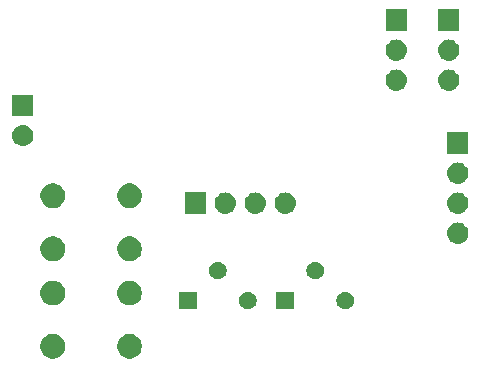
<source format=gbr>
%TF.GenerationSoftware,KiCad,Pcbnew,5.1.4*%
%TF.CreationDate,2019-10-29T20:04:43-05:00*%
%TF.ProjectId,pet_feeder,7065745f-6665-4656-9465-722e6b696361,rev?*%
%TF.SameCoordinates,Original*%
%TF.FileFunction,Soldermask,Bot*%
%TF.FilePolarity,Negative*%
%FSLAX46Y46*%
G04 Gerber Fmt 4.6, Leading zero omitted, Abs format (unit mm)*
G04 Created by KiCad (PCBNEW 5.1.4) date 2019-10-29 20:04:43*
%MOMM*%
%LPD*%
G04 APERTURE LIST*
%ADD10C,0.100000*%
G04 APERTURE END LIST*
D10*
G36*
X136346564Y-106994389D02*
G01*
X136537833Y-107073615D01*
X136537835Y-107073616D01*
X136709973Y-107188635D01*
X136856365Y-107335027D01*
X136971385Y-107507167D01*
X137050611Y-107698436D01*
X137091000Y-107901484D01*
X137091000Y-108108516D01*
X137050611Y-108311564D01*
X136971385Y-108502833D01*
X136971384Y-108502835D01*
X136856365Y-108674973D01*
X136709973Y-108821365D01*
X136537835Y-108936384D01*
X136537834Y-108936385D01*
X136537833Y-108936385D01*
X136346564Y-109015611D01*
X136143516Y-109056000D01*
X135936484Y-109056000D01*
X135733436Y-109015611D01*
X135542167Y-108936385D01*
X135542166Y-108936385D01*
X135542165Y-108936384D01*
X135370027Y-108821365D01*
X135223635Y-108674973D01*
X135108616Y-108502835D01*
X135108615Y-108502833D01*
X135029389Y-108311564D01*
X134989000Y-108108516D01*
X134989000Y-107901484D01*
X135029389Y-107698436D01*
X135108615Y-107507167D01*
X135223635Y-107335027D01*
X135370027Y-107188635D01*
X135542165Y-107073616D01*
X135542167Y-107073615D01*
X135733436Y-106994389D01*
X135936484Y-106954000D01*
X136143516Y-106954000D01*
X136346564Y-106994389D01*
X136346564Y-106994389D01*
G37*
G36*
X129846564Y-106994389D02*
G01*
X130037833Y-107073615D01*
X130037835Y-107073616D01*
X130209973Y-107188635D01*
X130356365Y-107335027D01*
X130471385Y-107507167D01*
X130550611Y-107698436D01*
X130591000Y-107901484D01*
X130591000Y-108108516D01*
X130550611Y-108311564D01*
X130471385Y-108502833D01*
X130471384Y-108502835D01*
X130356365Y-108674973D01*
X130209973Y-108821365D01*
X130037835Y-108936384D01*
X130037834Y-108936385D01*
X130037833Y-108936385D01*
X129846564Y-109015611D01*
X129643516Y-109056000D01*
X129436484Y-109056000D01*
X129233436Y-109015611D01*
X129042167Y-108936385D01*
X129042166Y-108936385D01*
X129042165Y-108936384D01*
X128870027Y-108821365D01*
X128723635Y-108674973D01*
X128608616Y-108502835D01*
X128608615Y-108502833D01*
X128529389Y-108311564D01*
X128489000Y-108108516D01*
X128489000Y-107901484D01*
X128529389Y-107698436D01*
X128608615Y-107507167D01*
X128723635Y-107335027D01*
X128870027Y-107188635D01*
X129042165Y-107073616D01*
X129042167Y-107073615D01*
X129233436Y-106994389D01*
X129436484Y-106954000D01*
X129643516Y-106954000D01*
X129846564Y-106994389D01*
X129846564Y-106994389D01*
G37*
G36*
X141721000Y-104891000D02*
G01*
X140219000Y-104891000D01*
X140219000Y-103389000D01*
X141721000Y-103389000D01*
X141721000Y-104891000D01*
X141721000Y-104891000D01*
G37*
G36*
X154441730Y-103401484D02*
G01*
X154524059Y-103417860D01*
X154660732Y-103474472D01*
X154783735Y-103556660D01*
X154888340Y-103661265D01*
X154888341Y-103661267D01*
X154970529Y-103784270D01*
X155027140Y-103920941D01*
X155056000Y-104066032D01*
X155056000Y-104213968D01*
X155027140Y-104359059D01*
X154995111Y-104436385D01*
X154970528Y-104495732D01*
X154888340Y-104618735D01*
X154783735Y-104723340D01*
X154660732Y-104805528D01*
X154660731Y-104805529D01*
X154660730Y-104805529D01*
X154524059Y-104862140D01*
X154378968Y-104891000D01*
X154231032Y-104891000D01*
X154085941Y-104862140D01*
X153949270Y-104805529D01*
X153949269Y-104805529D01*
X153949268Y-104805528D01*
X153826265Y-104723340D01*
X153721660Y-104618735D01*
X153639472Y-104495732D01*
X153614890Y-104436385D01*
X153582860Y-104359059D01*
X153554000Y-104213968D01*
X153554000Y-104066032D01*
X153582860Y-103920941D01*
X153639471Y-103784270D01*
X153721659Y-103661267D01*
X153721660Y-103661265D01*
X153826265Y-103556660D01*
X153949268Y-103474472D01*
X154085941Y-103417860D01*
X154168270Y-103401484D01*
X154231032Y-103389000D01*
X154378968Y-103389000D01*
X154441730Y-103401484D01*
X154441730Y-103401484D01*
G37*
G36*
X149976000Y-104891000D02*
G01*
X148474000Y-104891000D01*
X148474000Y-103389000D01*
X149976000Y-103389000D01*
X149976000Y-104891000D01*
X149976000Y-104891000D01*
G37*
G36*
X146186730Y-103401484D02*
G01*
X146269059Y-103417860D01*
X146405732Y-103474472D01*
X146528735Y-103556660D01*
X146633340Y-103661265D01*
X146633341Y-103661267D01*
X146715529Y-103784270D01*
X146772140Y-103920941D01*
X146801000Y-104066032D01*
X146801000Y-104213968D01*
X146772140Y-104359059D01*
X146740111Y-104436385D01*
X146715528Y-104495732D01*
X146633340Y-104618735D01*
X146528735Y-104723340D01*
X146405732Y-104805528D01*
X146405731Y-104805529D01*
X146405730Y-104805529D01*
X146269059Y-104862140D01*
X146123968Y-104891000D01*
X145976032Y-104891000D01*
X145830941Y-104862140D01*
X145694270Y-104805529D01*
X145694269Y-104805529D01*
X145694268Y-104805528D01*
X145571265Y-104723340D01*
X145466660Y-104618735D01*
X145384472Y-104495732D01*
X145359890Y-104436385D01*
X145327860Y-104359059D01*
X145299000Y-104213968D01*
X145299000Y-104066032D01*
X145327860Y-103920941D01*
X145384471Y-103784270D01*
X145466659Y-103661267D01*
X145466660Y-103661265D01*
X145571265Y-103556660D01*
X145694268Y-103474472D01*
X145830941Y-103417860D01*
X145913270Y-103401484D01*
X145976032Y-103389000D01*
X146123968Y-103389000D01*
X146186730Y-103401484D01*
X146186730Y-103401484D01*
G37*
G36*
X136346564Y-102494389D02*
G01*
X136537833Y-102573615D01*
X136537835Y-102573616D01*
X136709973Y-102688635D01*
X136856365Y-102835027D01*
X136971385Y-103007167D01*
X137050611Y-103198436D01*
X137091000Y-103401484D01*
X137091000Y-103608516D01*
X137050611Y-103811564D01*
X136971385Y-104002833D01*
X136971384Y-104002835D01*
X136856365Y-104174973D01*
X136709973Y-104321365D01*
X136537835Y-104436384D01*
X136537834Y-104436385D01*
X136537833Y-104436385D01*
X136346564Y-104515611D01*
X136143516Y-104556000D01*
X135936484Y-104556000D01*
X135733436Y-104515611D01*
X135542167Y-104436385D01*
X135542166Y-104436385D01*
X135542165Y-104436384D01*
X135370027Y-104321365D01*
X135223635Y-104174973D01*
X135108616Y-104002835D01*
X135108615Y-104002833D01*
X135029389Y-103811564D01*
X134989000Y-103608516D01*
X134989000Y-103401484D01*
X135029389Y-103198436D01*
X135108615Y-103007167D01*
X135223635Y-102835027D01*
X135370027Y-102688635D01*
X135542165Y-102573616D01*
X135542167Y-102573615D01*
X135733436Y-102494389D01*
X135936484Y-102454000D01*
X136143516Y-102454000D01*
X136346564Y-102494389D01*
X136346564Y-102494389D01*
G37*
G36*
X129846564Y-102494389D02*
G01*
X130037833Y-102573615D01*
X130037835Y-102573616D01*
X130209973Y-102688635D01*
X130356365Y-102835027D01*
X130471385Y-103007167D01*
X130550611Y-103198436D01*
X130591000Y-103401484D01*
X130591000Y-103608516D01*
X130550611Y-103811564D01*
X130471385Y-104002833D01*
X130471384Y-104002835D01*
X130356365Y-104174973D01*
X130209973Y-104321365D01*
X130037835Y-104436384D01*
X130037834Y-104436385D01*
X130037833Y-104436385D01*
X129846564Y-104515611D01*
X129643516Y-104556000D01*
X129436484Y-104556000D01*
X129233436Y-104515611D01*
X129042167Y-104436385D01*
X129042166Y-104436385D01*
X129042165Y-104436384D01*
X128870027Y-104321365D01*
X128723635Y-104174973D01*
X128608616Y-104002835D01*
X128608615Y-104002833D01*
X128529389Y-103811564D01*
X128489000Y-103608516D01*
X128489000Y-103401484D01*
X128529389Y-103198436D01*
X128608615Y-103007167D01*
X128723635Y-102835027D01*
X128870027Y-102688635D01*
X129042165Y-102573616D01*
X129042167Y-102573615D01*
X129233436Y-102494389D01*
X129436484Y-102454000D01*
X129643516Y-102454000D01*
X129846564Y-102494389D01*
X129846564Y-102494389D01*
G37*
G36*
X151984059Y-100877860D02*
G01*
X152120732Y-100934472D01*
X152243735Y-101016660D01*
X152348340Y-101121265D01*
X152430528Y-101244268D01*
X152487140Y-101380941D01*
X152516000Y-101526033D01*
X152516000Y-101673967D01*
X152487140Y-101819059D01*
X152430528Y-101955732D01*
X152348340Y-102078735D01*
X152243735Y-102183340D01*
X152120732Y-102265528D01*
X152120731Y-102265529D01*
X152120730Y-102265529D01*
X151984059Y-102322140D01*
X151838968Y-102351000D01*
X151691032Y-102351000D01*
X151545941Y-102322140D01*
X151409270Y-102265529D01*
X151409269Y-102265529D01*
X151409268Y-102265528D01*
X151286265Y-102183340D01*
X151181660Y-102078735D01*
X151099472Y-101955732D01*
X151042860Y-101819059D01*
X151014000Y-101673967D01*
X151014000Y-101526033D01*
X151042860Y-101380941D01*
X151099472Y-101244268D01*
X151181660Y-101121265D01*
X151286265Y-101016660D01*
X151409268Y-100934472D01*
X151545941Y-100877860D01*
X151691032Y-100849000D01*
X151838968Y-100849000D01*
X151984059Y-100877860D01*
X151984059Y-100877860D01*
G37*
G36*
X143729059Y-100877860D02*
G01*
X143865732Y-100934472D01*
X143988735Y-101016660D01*
X144093340Y-101121265D01*
X144175528Y-101244268D01*
X144232140Y-101380941D01*
X144261000Y-101526033D01*
X144261000Y-101673967D01*
X144232140Y-101819059D01*
X144175528Y-101955732D01*
X144093340Y-102078735D01*
X143988735Y-102183340D01*
X143865732Y-102265528D01*
X143865731Y-102265529D01*
X143865730Y-102265529D01*
X143729059Y-102322140D01*
X143583968Y-102351000D01*
X143436032Y-102351000D01*
X143290941Y-102322140D01*
X143154270Y-102265529D01*
X143154269Y-102265529D01*
X143154268Y-102265528D01*
X143031265Y-102183340D01*
X142926660Y-102078735D01*
X142844472Y-101955732D01*
X142787860Y-101819059D01*
X142759000Y-101673967D01*
X142759000Y-101526033D01*
X142787860Y-101380941D01*
X142844472Y-101244268D01*
X142926660Y-101121265D01*
X143031265Y-101016660D01*
X143154268Y-100934472D01*
X143290941Y-100877860D01*
X143436032Y-100849000D01*
X143583968Y-100849000D01*
X143729059Y-100877860D01*
X143729059Y-100877860D01*
G37*
G36*
X129846564Y-98739389D02*
G01*
X130037833Y-98818615D01*
X130037835Y-98818616D01*
X130201523Y-98927989D01*
X130209973Y-98933635D01*
X130356365Y-99080027D01*
X130471385Y-99252167D01*
X130550611Y-99443436D01*
X130591000Y-99646484D01*
X130591000Y-99853516D01*
X130550611Y-100056564D01*
X130471385Y-100247833D01*
X130471384Y-100247835D01*
X130356365Y-100419973D01*
X130209973Y-100566365D01*
X130037835Y-100681384D01*
X130037834Y-100681385D01*
X130037833Y-100681385D01*
X129846564Y-100760611D01*
X129643516Y-100801000D01*
X129436484Y-100801000D01*
X129233436Y-100760611D01*
X129042167Y-100681385D01*
X129042166Y-100681385D01*
X129042165Y-100681384D01*
X128870027Y-100566365D01*
X128723635Y-100419973D01*
X128608616Y-100247835D01*
X128608615Y-100247833D01*
X128529389Y-100056564D01*
X128489000Y-99853516D01*
X128489000Y-99646484D01*
X128529389Y-99443436D01*
X128608615Y-99252167D01*
X128723635Y-99080027D01*
X128870027Y-98933635D01*
X128878477Y-98927989D01*
X129042165Y-98818616D01*
X129042167Y-98818615D01*
X129233436Y-98739389D01*
X129436484Y-98699000D01*
X129643516Y-98699000D01*
X129846564Y-98739389D01*
X129846564Y-98739389D01*
G37*
G36*
X136346564Y-98739389D02*
G01*
X136537833Y-98818615D01*
X136537835Y-98818616D01*
X136701523Y-98927989D01*
X136709973Y-98933635D01*
X136856365Y-99080027D01*
X136971385Y-99252167D01*
X137050611Y-99443436D01*
X137091000Y-99646484D01*
X137091000Y-99853516D01*
X137050611Y-100056564D01*
X136971385Y-100247833D01*
X136971384Y-100247835D01*
X136856365Y-100419973D01*
X136709973Y-100566365D01*
X136537835Y-100681384D01*
X136537834Y-100681385D01*
X136537833Y-100681385D01*
X136346564Y-100760611D01*
X136143516Y-100801000D01*
X135936484Y-100801000D01*
X135733436Y-100760611D01*
X135542167Y-100681385D01*
X135542166Y-100681385D01*
X135542165Y-100681384D01*
X135370027Y-100566365D01*
X135223635Y-100419973D01*
X135108616Y-100247835D01*
X135108615Y-100247833D01*
X135029389Y-100056564D01*
X134989000Y-99853516D01*
X134989000Y-99646484D01*
X135029389Y-99443436D01*
X135108615Y-99252167D01*
X135223635Y-99080027D01*
X135370027Y-98933635D01*
X135378477Y-98927989D01*
X135542165Y-98818616D01*
X135542167Y-98818615D01*
X135733436Y-98739389D01*
X135936484Y-98699000D01*
X136143516Y-98699000D01*
X136346564Y-98739389D01*
X136346564Y-98739389D01*
G37*
G36*
X163940442Y-97530518D02*
G01*
X164006627Y-97537037D01*
X164176466Y-97588557D01*
X164332991Y-97672222D01*
X164368729Y-97701552D01*
X164470186Y-97784814D01*
X164553448Y-97886271D01*
X164582778Y-97922009D01*
X164666443Y-98078534D01*
X164717963Y-98248373D01*
X164735359Y-98425000D01*
X164717963Y-98601627D01*
X164666443Y-98771466D01*
X164582778Y-98927991D01*
X164578146Y-98933635D01*
X164470186Y-99065186D01*
X164368729Y-99148448D01*
X164332991Y-99177778D01*
X164176466Y-99261443D01*
X164006627Y-99312963D01*
X163940442Y-99319482D01*
X163874260Y-99326000D01*
X163785740Y-99326000D01*
X163719557Y-99319481D01*
X163653373Y-99312963D01*
X163483534Y-99261443D01*
X163327009Y-99177778D01*
X163291271Y-99148448D01*
X163189814Y-99065186D01*
X163081854Y-98933635D01*
X163077222Y-98927991D01*
X162993557Y-98771466D01*
X162942037Y-98601627D01*
X162924641Y-98425000D01*
X162942037Y-98248373D01*
X162993557Y-98078534D01*
X163077222Y-97922009D01*
X163106552Y-97886271D01*
X163189814Y-97784814D01*
X163291271Y-97701552D01*
X163327009Y-97672222D01*
X163483534Y-97588557D01*
X163653373Y-97537037D01*
X163719558Y-97530518D01*
X163785740Y-97524000D01*
X163874260Y-97524000D01*
X163940442Y-97530518D01*
X163940442Y-97530518D01*
G37*
G36*
X144255443Y-94990519D02*
G01*
X144321627Y-94997037D01*
X144491466Y-95048557D01*
X144647991Y-95132222D01*
X144683729Y-95161552D01*
X144785186Y-95244814D01*
X144868448Y-95346271D01*
X144897778Y-95382009D01*
X144981443Y-95538534D01*
X145032963Y-95708373D01*
X145050359Y-95885000D01*
X145032963Y-96061627D01*
X144981443Y-96231466D01*
X144897778Y-96387991D01*
X144868448Y-96423729D01*
X144785186Y-96525186D01*
X144683729Y-96608448D01*
X144647991Y-96637778D01*
X144491466Y-96721443D01*
X144321627Y-96772963D01*
X144255442Y-96779482D01*
X144189260Y-96786000D01*
X144100740Y-96786000D01*
X144034558Y-96779482D01*
X143968373Y-96772963D01*
X143798534Y-96721443D01*
X143642009Y-96637778D01*
X143606271Y-96608448D01*
X143504814Y-96525186D01*
X143421552Y-96423729D01*
X143392222Y-96387991D01*
X143308557Y-96231466D01*
X143257037Y-96061627D01*
X143239641Y-95885000D01*
X143257037Y-95708373D01*
X143308557Y-95538534D01*
X143392222Y-95382009D01*
X143421552Y-95346271D01*
X143504814Y-95244814D01*
X143606271Y-95161552D01*
X143642009Y-95132222D01*
X143798534Y-95048557D01*
X143968373Y-94997037D01*
X144034557Y-94990519D01*
X144100740Y-94984000D01*
X144189260Y-94984000D01*
X144255443Y-94990519D01*
X144255443Y-94990519D01*
G37*
G36*
X163940443Y-94990519D02*
G01*
X164006627Y-94997037D01*
X164176466Y-95048557D01*
X164332991Y-95132222D01*
X164368729Y-95161552D01*
X164470186Y-95244814D01*
X164553448Y-95346271D01*
X164582778Y-95382009D01*
X164666443Y-95538534D01*
X164717963Y-95708373D01*
X164735359Y-95885000D01*
X164717963Y-96061627D01*
X164666443Y-96231466D01*
X164582778Y-96387991D01*
X164553448Y-96423729D01*
X164470186Y-96525186D01*
X164368729Y-96608448D01*
X164332991Y-96637778D01*
X164176466Y-96721443D01*
X164006627Y-96772963D01*
X163940442Y-96779482D01*
X163874260Y-96786000D01*
X163785740Y-96786000D01*
X163719558Y-96779482D01*
X163653373Y-96772963D01*
X163483534Y-96721443D01*
X163327009Y-96637778D01*
X163291271Y-96608448D01*
X163189814Y-96525186D01*
X163106552Y-96423729D01*
X163077222Y-96387991D01*
X162993557Y-96231466D01*
X162942037Y-96061627D01*
X162924641Y-95885000D01*
X162942037Y-95708373D01*
X162993557Y-95538534D01*
X163077222Y-95382009D01*
X163106552Y-95346271D01*
X163189814Y-95244814D01*
X163291271Y-95161552D01*
X163327009Y-95132222D01*
X163483534Y-95048557D01*
X163653373Y-94997037D01*
X163719557Y-94990519D01*
X163785740Y-94984000D01*
X163874260Y-94984000D01*
X163940443Y-94990519D01*
X163940443Y-94990519D01*
G37*
G36*
X142506000Y-96786000D02*
G01*
X140704000Y-96786000D01*
X140704000Y-94984000D01*
X142506000Y-94984000D01*
X142506000Y-96786000D01*
X142506000Y-96786000D01*
G37*
G36*
X146795443Y-94990519D02*
G01*
X146861627Y-94997037D01*
X147031466Y-95048557D01*
X147187991Y-95132222D01*
X147223729Y-95161552D01*
X147325186Y-95244814D01*
X147408448Y-95346271D01*
X147437778Y-95382009D01*
X147521443Y-95538534D01*
X147572963Y-95708373D01*
X147590359Y-95885000D01*
X147572963Y-96061627D01*
X147521443Y-96231466D01*
X147437778Y-96387991D01*
X147408448Y-96423729D01*
X147325186Y-96525186D01*
X147223729Y-96608448D01*
X147187991Y-96637778D01*
X147031466Y-96721443D01*
X146861627Y-96772963D01*
X146795442Y-96779482D01*
X146729260Y-96786000D01*
X146640740Y-96786000D01*
X146574558Y-96779482D01*
X146508373Y-96772963D01*
X146338534Y-96721443D01*
X146182009Y-96637778D01*
X146146271Y-96608448D01*
X146044814Y-96525186D01*
X145961552Y-96423729D01*
X145932222Y-96387991D01*
X145848557Y-96231466D01*
X145797037Y-96061627D01*
X145779641Y-95885000D01*
X145797037Y-95708373D01*
X145848557Y-95538534D01*
X145932222Y-95382009D01*
X145961552Y-95346271D01*
X146044814Y-95244814D01*
X146146271Y-95161552D01*
X146182009Y-95132222D01*
X146338534Y-95048557D01*
X146508373Y-94997037D01*
X146574557Y-94990519D01*
X146640740Y-94984000D01*
X146729260Y-94984000D01*
X146795443Y-94990519D01*
X146795443Y-94990519D01*
G37*
G36*
X149335443Y-94990519D02*
G01*
X149401627Y-94997037D01*
X149571466Y-95048557D01*
X149727991Y-95132222D01*
X149763729Y-95161552D01*
X149865186Y-95244814D01*
X149948448Y-95346271D01*
X149977778Y-95382009D01*
X150061443Y-95538534D01*
X150112963Y-95708373D01*
X150130359Y-95885000D01*
X150112963Y-96061627D01*
X150061443Y-96231466D01*
X149977778Y-96387991D01*
X149948448Y-96423729D01*
X149865186Y-96525186D01*
X149763729Y-96608448D01*
X149727991Y-96637778D01*
X149571466Y-96721443D01*
X149401627Y-96772963D01*
X149335442Y-96779482D01*
X149269260Y-96786000D01*
X149180740Y-96786000D01*
X149114558Y-96779482D01*
X149048373Y-96772963D01*
X148878534Y-96721443D01*
X148722009Y-96637778D01*
X148686271Y-96608448D01*
X148584814Y-96525186D01*
X148501552Y-96423729D01*
X148472222Y-96387991D01*
X148388557Y-96231466D01*
X148337037Y-96061627D01*
X148319641Y-95885000D01*
X148337037Y-95708373D01*
X148388557Y-95538534D01*
X148472222Y-95382009D01*
X148501552Y-95346271D01*
X148584814Y-95244814D01*
X148686271Y-95161552D01*
X148722009Y-95132222D01*
X148878534Y-95048557D01*
X149048373Y-94997037D01*
X149114557Y-94990519D01*
X149180740Y-94984000D01*
X149269260Y-94984000D01*
X149335443Y-94990519D01*
X149335443Y-94990519D01*
G37*
G36*
X129846564Y-94239389D02*
G01*
X130037833Y-94318615D01*
X130037835Y-94318616D01*
X130209973Y-94433635D01*
X130356365Y-94580027D01*
X130471385Y-94752167D01*
X130550611Y-94943436D01*
X130591000Y-95146484D01*
X130591000Y-95353516D01*
X130550611Y-95556564D01*
X130487730Y-95708373D01*
X130471384Y-95747835D01*
X130356365Y-95919973D01*
X130209973Y-96066365D01*
X130037835Y-96181384D01*
X130037834Y-96181385D01*
X130037833Y-96181385D01*
X129846564Y-96260611D01*
X129643516Y-96301000D01*
X129436484Y-96301000D01*
X129233436Y-96260611D01*
X129042167Y-96181385D01*
X129042166Y-96181385D01*
X129042165Y-96181384D01*
X128870027Y-96066365D01*
X128723635Y-95919973D01*
X128608616Y-95747835D01*
X128592270Y-95708373D01*
X128529389Y-95556564D01*
X128489000Y-95353516D01*
X128489000Y-95146484D01*
X128529389Y-94943436D01*
X128608615Y-94752167D01*
X128723635Y-94580027D01*
X128870027Y-94433635D01*
X129042165Y-94318616D01*
X129042167Y-94318615D01*
X129233436Y-94239389D01*
X129436484Y-94199000D01*
X129643516Y-94199000D01*
X129846564Y-94239389D01*
X129846564Y-94239389D01*
G37*
G36*
X136346564Y-94239389D02*
G01*
X136537833Y-94318615D01*
X136537835Y-94318616D01*
X136709973Y-94433635D01*
X136856365Y-94580027D01*
X136971385Y-94752167D01*
X137050611Y-94943436D01*
X137091000Y-95146484D01*
X137091000Y-95353516D01*
X137050611Y-95556564D01*
X136987730Y-95708373D01*
X136971384Y-95747835D01*
X136856365Y-95919973D01*
X136709973Y-96066365D01*
X136537835Y-96181384D01*
X136537834Y-96181385D01*
X136537833Y-96181385D01*
X136346564Y-96260611D01*
X136143516Y-96301000D01*
X135936484Y-96301000D01*
X135733436Y-96260611D01*
X135542167Y-96181385D01*
X135542166Y-96181385D01*
X135542165Y-96181384D01*
X135370027Y-96066365D01*
X135223635Y-95919973D01*
X135108616Y-95747835D01*
X135092270Y-95708373D01*
X135029389Y-95556564D01*
X134989000Y-95353516D01*
X134989000Y-95146484D01*
X135029389Y-94943436D01*
X135108615Y-94752167D01*
X135223635Y-94580027D01*
X135370027Y-94433635D01*
X135542165Y-94318616D01*
X135542167Y-94318615D01*
X135733436Y-94239389D01*
X135936484Y-94199000D01*
X136143516Y-94199000D01*
X136346564Y-94239389D01*
X136346564Y-94239389D01*
G37*
G36*
X163940443Y-92450519D02*
G01*
X164006627Y-92457037D01*
X164176466Y-92508557D01*
X164332991Y-92592222D01*
X164368729Y-92621552D01*
X164470186Y-92704814D01*
X164553448Y-92806271D01*
X164582778Y-92842009D01*
X164666443Y-92998534D01*
X164717963Y-93168373D01*
X164735359Y-93345000D01*
X164717963Y-93521627D01*
X164666443Y-93691466D01*
X164582778Y-93847991D01*
X164553448Y-93883729D01*
X164470186Y-93985186D01*
X164368729Y-94068448D01*
X164332991Y-94097778D01*
X164176466Y-94181443D01*
X164006627Y-94232963D01*
X163941382Y-94239389D01*
X163874260Y-94246000D01*
X163785740Y-94246000D01*
X163718618Y-94239389D01*
X163653373Y-94232963D01*
X163483534Y-94181443D01*
X163327009Y-94097778D01*
X163291271Y-94068448D01*
X163189814Y-93985186D01*
X163106552Y-93883729D01*
X163077222Y-93847991D01*
X162993557Y-93691466D01*
X162942037Y-93521627D01*
X162924641Y-93345000D01*
X162942037Y-93168373D01*
X162993557Y-92998534D01*
X163077222Y-92842009D01*
X163106552Y-92806271D01*
X163189814Y-92704814D01*
X163291271Y-92621552D01*
X163327009Y-92592222D01*
X163483534Y-92508557D01*
X163653373Y-92457037D01*
X163719557Y-92450519D01*
X163785740Y-92444000D01*
X163874260Y-92444000D01*
X163940443Y-92450519D01*
X163940443Y-92450519D01*
G37*
G36*
X164731000Y-91706000D02*
G01*
X162929000Y-91706000D01*
X162929000Y-89904000D01*
X164731000Y-89904000D01*
X164731000Y-91706000D01*
X164731000Y-91706000D01*
G37*
G36*
X127110443Y-89275519D02*
G01*
X127176627Y-89282037D01*
X127346466Y-89333557D01*
X127502991Y-89417222D01*
X127538729Y-89446552D01*
X127640186Y-89529814D01*
X127723448Y-89631271D01*
X127752778Y-89667009D01*
X127836443Y-89823534D01*
X127887963Y-89993373D01*
X127905359Y-90170000D01*
X127887963Y-90346627D01*
X127836443Y-90516466D01*
X127752778Y-90672991D01*
X127723448Y-90708729D01*
X127640186Y-90810186D01*
X127538729Y-90893448D01*
X127502991Y-90922778D01*
X127346466Y-91006443D01*
X127176627Y-91057963D01*
X127110442Y-91064482D01*
X127044260Y-91071000D01*
X126955740Y-91071000D01*
X126889558Y-91064482D01*
X126823373Y-91057963D01*
X126653534Y-91006443D01*
X126497009Y-90922778D01*
X126461271Y-90893448D01*
X126359814Y-90810186D01*
X126276552Y-90708729D01*
X126247222Y-90672991D01*
X126163557Y-90516466D01*
X126112037Y-90346627D01*
X126094641Y-90170000D01*
X126112037Y-89993373D01*
X126163557Y-89823534D01*
X126247222Y-89667009D01*
X126276552Y-89631271D01*
X126359814Y-89529814D01*
X126461271Y-89446552D01*
X126497009Y-89417222D01*
X126653534Y-89333557D01*
X126823373Y-89282037D01*
X126889557Y-89275519D01*
X126955740Y-89269000D01*
X127044260Y-89269000D01*
X127110443Y-89275519D01*
X127110443Y-89275519D01*
G37*
G36*
X127901000Y-88531000D02*
G01*
X126099000Y-88531000D01*
X126099000Y-86729000D01*
X127901000Y-86729000D01*
X127901000Y-88531000D01*
X127901000Y-88531000D01*
G37*
G36*
X163178443Y-84576519D02*
G01*
X163244627Y-84583037D01*
X163414466Y-84634557D01*
X163570991Y-84718222D01*
X163606729Y-84747552D01*
X163708186Y-84830814D01*
X163791448Y-84932271D01*
X163820778Y-84968009D01*
X163904443Y-85124534D01*
X163955963Y-85294373D01*
X163973359Y-85471000D01*
X163955963Y-85647627D01*
X163904443Y-85817466D01*
X163820778Y-85973991D01*
X163791448Y-86009729D01*
X163708186Y-86111186D01*
X163606729Y-86194448D01*
X163570991Y-86223778D01*
X163414466Y-86307443D01*
X163244627Y-86358963D01*
X163178443Y-86365481D01*
X163112260Y-86372000D01*
X163023740Y-86372000D01*
X162957557Y-86365481D01*
X162891373Y-86358963D01*
X162721534Y-86307443D01*
X162565009Y-86223778D01*
X162529271Y-86194448D01*
X162427814Y-86111186D01*
X162344552Y-86009729D01*
X162315222Y-85973991D01*
X162231557Y-85817466D01*
X162180037Y-85647627D01*
X162162641Y-85471000D01*
X162180037Y-85294373D01*
X162231557Y-85124534D01*
X162315222Y-84968009D01*
X162344552Y-84932271D01*
X162427814Y-84830814D01*
X162529271Y-84747552D01*
X162565009Y-84718222D01*
X162721534Y-84634557D01*
X162891373Y-84583037D01*
X162957557Y-84576519D01*
X163023740Y-84570000D01*
X163112260Y-84570000D01*
X163178443Y-84576519D01*
X163178443Y-84576519D01*
G37*
G36*
X158733443Y-84576519D02*
G01*
X158799627Y-84583037D01*
X158969466Y-84634557D01*
X159125991Y-84718222D01*
X159161729Y-84747552D01*
X159263186Y-84830814D01*
X159346448Y-84932271D01*
X159375778Y-84968009D01*
X159459443Y-85124534D01*
X159510963Y-85294373D01*
X159528359Y-85471000D01*
X159510963Y-85647627D01*
X159459443Y-85817466D01*
X159375778Y-85973991D01*
X159346448Y-86009729D01*
X159263186Y-86111186D01*
X159161729Y-86194448D01*
X159125991Y-86223778D01*
X158969466Y-86307443D01*
X158799627Y-86358963D01*
X158733443Y-86365481D01*
X158667260Y-86372000D01*
X158578740Y-86372000D01*
X158512557Y-86365481D01*
X158446373Y-86358963D01*
X158276534Y-86307443D01*
X158120009Y-86223778D01*
X158084271Y-86194448D01*
X157982814Y-86111186D01*
X157899552Y-86009729D01*
X157870222Y-85973991D01*
X157786557Y-85817466D01*
X157735037Y-85647627D01*
X157717641Y-85471000D01*
X157735037Y-85294373D01*
X157786557Y-85124534D01*
X157870222Y-84968009D01*
X157899552Y-84932271D01*
X157982814Y-84830814D01*
X158084271Y-84747552D01*
X158120009Y-84718222D01*
X158276534Y-84634557D01*
X158446373Y-84583037D01*
X158512557Y-84576519D01*
X158578740Y-84570000D01*
X158667260Y-84570000D01*
X158733443Y-84576519D01*
X158733443Y-84576519D01*
G37*
G36*
X163178442Y-82036518D02*
G01*
X163244627Y-82043037D01*
X163414466Y-82094557D01*
X163570991Y-82178222D01*
X163606729Y-82207552D01*
X163708186Y-82290814D01*
X163791448Y-82392271D01*
X163820778Y-82428009D01*
X163904443Y-82584534D01*
X163955963Y-82754373D01*
X163973359Y-82931000D01*
X163955963Y-83107627D01*
X163904443Y-83277466D01*
X163820778Y-83433991D01*
X163791448Y-83469729D01*
X163708186Y-83571186D01*
X163606729Y-83654448D01*
X163570991Y-83683778D01*
X163414466Y-83767443D01*
X163244627Y-83818963D01*
X163178442Y-83825482D01*
X163112260Y-83832000D01*
X163023740Y-83832000D01*
X162957558Y-83825482D01*
X162891373Y-83818963D01*
X162721534Y-83767443D01*
X162565009Y-83683778D01*
X162529271Y-83654448D01*
X162427814Y-83571186D01*
X162344552Y-83469729D01*
X162315222Y-83433991D01*
X162231557Y-83277466D01*
X162180037Y-83107627D01*
X162162641Y-82931000D01*
X162180037Y-82754373D01*
X162231557Y-82584534D01*
X162315222Y-82428009D01*
X162344552Y-82392271D01*
X162427814Y-82290814D01*
X162529271Y-82207552D01*
X162565009Y-82178222D01*
X162721534Y-82094557D01*
X162891373Y-82043037D01*
X162957558Y-82036518D01*
X163023740Y-82030000D01*
X163112260Y-82030000D01*
X163178442Y-82036518D01*
X163178442Y-82036518D01*
G37*
G36*
X158733442Y-82036518D02*
G01*
X158799627Y-82043037D01*
X158969466Y-82094557D01*
X159125991Y-82178222D01*
X159161729Y-82207552D01*
X159263186Y-82290814D01*
X159346448Y-82392271D01*
X159375778Y-82428009D01*
X159459443Y-82584534D01*
X159510963Y-82754373D01*
X159528359Y-82931000D01*
X159510963Y-83107627D01*
X159459443Y-83277466D01*
X159375778Y-83433991D01*
X159346448Y-83469729D01*
X159263186Y-83571186D01*
X159161729Y-83654448D01*
X159125991Y-83683778D01*
X158969466Y-83767443D01*
X158799627Y-83818963D01*
X158733442Y-83825482D01*
X158667260Y-83832000D01*
X158578740Y-83832000D01*
X158512558Y-83825482D01*
X158446373Y-83818963D01*
X158276534Y-83767443D01*
X158120009Y-83683778D01*
X158084271Y-83654448D01*
X157982814Y-83571186D01*
X157899552Y-83469729D01*
X157870222Y-83433991D01*
X157786557Y-83277466D01*
X157735037Y-83107627D01*
X157717641Y-82931000D01*
X157735037Y-82754373D01*
X157786557Y-82584534D01*
X157870222Y-82428009D01*
X157899552Y-82392271D01*
X157982814Y-82290814D01*
X158084271Y-82207552D01*
X158120009Y-82178222D01*
X158276534Y-82094557D01*
X158446373Y-82043037D01*
X158512558Y-82036518D01*
X158578740Y-82030000D01*
X158667260Y-82030000D01*
X158733442Y-82036518D01*
X158733442Y-82036518D01*
G37*
G36*
X163969000Y-81292000D02*
G01*
X162167000Y-81292000D01*
X162167000Y-79490000D01*
X163969000Y-79490000D01*
X163969000Y-81292000D01*
X163969000Y-81292000D01*
G37*
G36*
X159524000Y-81292000D02*
G01*
X157722000Y-81292000D01*
X157722000Y-79490000D01*
X159524000Y-79490000D01*
X159524000Y-81292000D01*
X159524000Y-81292000D01*
G37*
M02*

</source>
